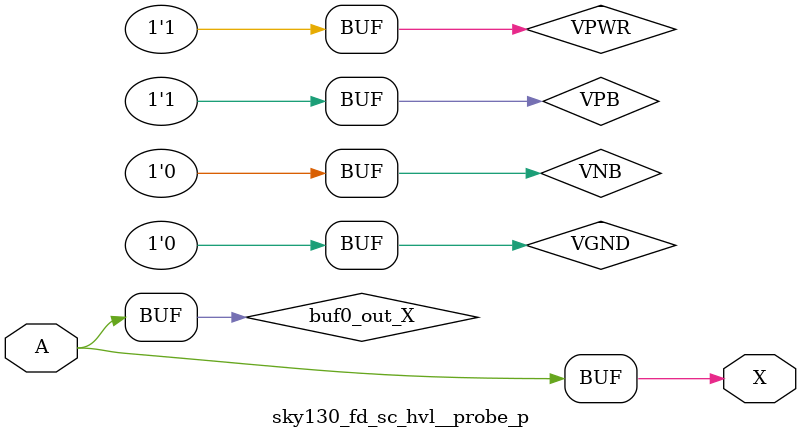
<source format=v>
/*
 * Copyright 2020 The SkyWater PDK Authors
 *
 * Licensed under the Apache License, Version 2.0 (the "License");
 * you may not use this file except in compliance with the License.
 * You may obtain a copy of the License at
 *
 *     https://www.apache.org/licenses/LICENSE-2.0
 *
 * Unless required by applicable law or agreed to in writing, software
 * distributed under the License is distributed on an "AS IS" BASIS,
 * WITHOUT WARRANTIES OR CONDITIONS OF ANY KIND, either express or implied.
 * See the License for the specific language governing permissions and
 * limitations under the License.
 *
 * SPDX-License-Identifier: Apache-2.0
*/


`ifndef SKY130_FD_SC_HVL__PROBE_P_TIMING_V
`define SKY130_FD_SC_HVL__PROBE_P_TIMING_V

/**
 * probe_p: Virtual voltage probe point.
 *
 * Verilog simulation timing model.
 */

`timescale 1ns / 1ps
`default_nettype none

`celldefine
module sky130_fd_sc_hvl__probe_p (
    X,
    A
);

    // Module ports
    output X;
    input  A;

    // Module supplies
    supply1 VPWR;
    supply0 VGND;
    supply1 VPB ;
    supply0 VNB ;

    // Local signals
    wire buf0_out_X;

    //  Name  Output      Other arguments
    buf buf0 (buf0_out_X, A              );
    buf buf1 (X         , buf0_out_X     );

endmodule
`endcelldefine

`default_nettype wire
`endif  // SKY130_FD_SC_HVL__PROBE_P_TIMING_V

</source>
